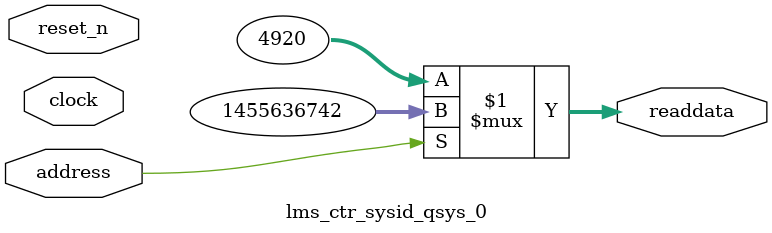
<source format=v>



//Legal Notice: (C)2010 Altera Corporation. All rights reserved.  Your
//use of Altera Corporation's design tools, logic functions and other
//software and tools, and its AMPP partner logic functions, and any
//output files any of the foregoing (including device programming or
//simulation files), and any associated documentation or information are
//expressly subject to the terms and conditions of the Altera Program
//License Subscription Agreement or other applicable license agreement,
//including, without limitation, that your use is for the sole purpose
//of programming logic devices manufactured by Altera and sold by Altera
//or its authorized distributors.  Please refer to the applicable
//agreement for further details.

// synthesis translate_off
`timescale 1ns / 1ps
// synthesis translate_on

// turn off superfluous verilog processor warnings 
// altera message_level Level1 
// altera message_off 10034 10035 10036 10037 10230 10240 10030 

module lms_ctr_sysid_qsys_0 (
               // inputs:
                address,
                clock,
                reset_n,

               // outputs:
                readdata
             )
;

  output  [ 31: 0] readdata;
  input            address;
  input            clock;
  input            reset_n;

  wire    [ 31: 0] readdata;
  //control_slave, which is an e_avalon_slave
  assign readdata = address ? 1455636742 : 4920;

endmodule




</source>
